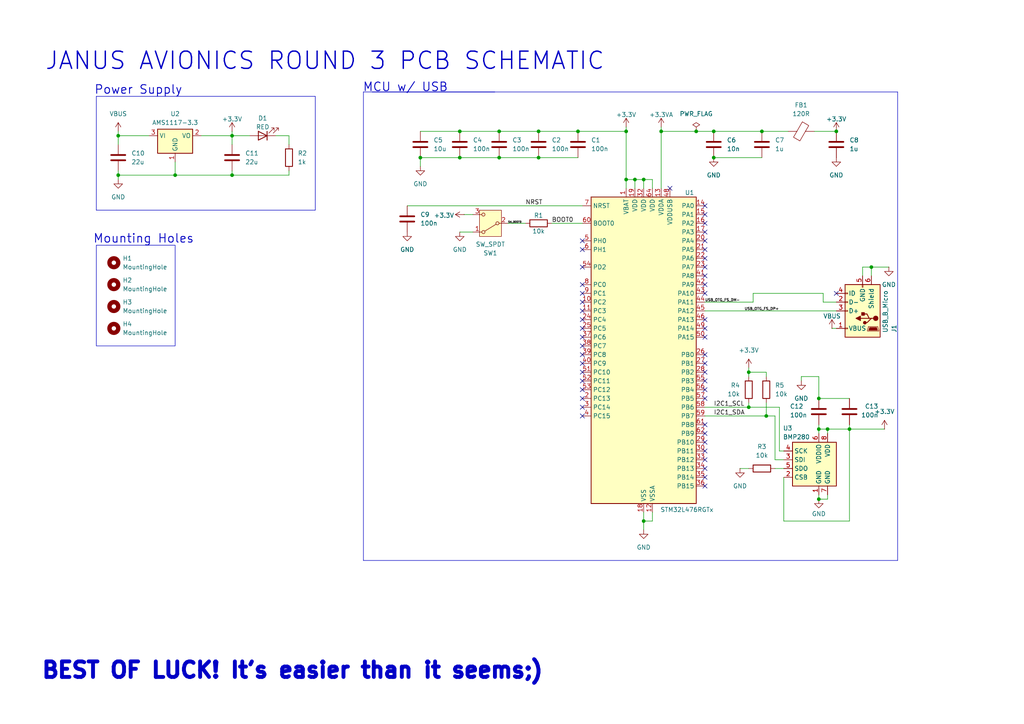
<source format=kicad_sch>
(kicad_sch (version 20250114) (generator "eeschema") (generator_version "9.0")
  (paper "A4")
  (title_block (title "JANUS AVIONICS ROUND 3 PCB SCHEMATIC") (date "2025-09-07") (rev "1.0") (company "JANUS"))
  (lib_symbols
    (symbol "Connector:USB_B_Micro" (pin_names (offset 1.016))
      (property "Reference" "J" (at -5.08 11.43 0))
      (property "Value" "USB_B_Micro" (at -5.08 8.89 0))
      (symbol "USB_B_Micro_0_1"
        (rectangle (start -5.08 -7.62) (end 5.08 7.62) (stroke (width 0.254)) (fill (type background)))
        (polyline (pts (xy -4.699 5.842) (xy -4.699 5.588) (xy -4.445 4.826) (xy -4.445 4.572) (xy -1.651 4.572) (xy -1.651 4.826) (xy -1.397 5.588) (xy -1.397 5.842) (xy -4.699 5.842)))
        (polyline (pts (xy -4.318 5.588) (xy -1.778 5.588) (xy -2.032 4.826) (xy -4.064 4.826) (xy -4.318 5.588)) (fill (type outline)))
        (circle (center -3.81 2.159) (radius 0.635) (stroke (width 0.254)) (fill (type outline)))
        (polyline (pts (xy -3.175 2.159) (xy -2.54 2.159) (xy -1.27 3.429) (xy -0.635 3.429)) (stroke (width 0.254)))
        (polyline (pts (xy -2.54 2.159) (xy -1.905 2.159) (xy -1.27 0.889) (xy 0 0.889)) (stroke (width 0.254)))
        (polyline (pts (xy -1.905 2.159) (xy 0.635 2.159)) (stroke (width 0.254)))
        (circle (center -0.635 3.429) (radius 0.381) (stroke (width 0.254)) (fill (type outline)))
        (rectangle (start -0.127 -7.62) (end 0.127 -6.858))
        (rectangle (start 0.254 1.27) (end -0.508 0.508) (stroke (width 0.254)) (fill (type outline)))
        (polyline (pts (xy 0.635 2.794) (xy 0.635 1.524) (xy 1.905 2.159) (xy 0.635 2.794)) (stroke (width 0.254)) (fill (type outline)))
        (rectangle (start 5.08 4.953) (end 4.318 5.207))
        (rectangle (start 5.08 -0.127) (end 4.318 0.127))
        (rectangle (start 5.08 -2.667) (end 4.318 -2.413))
        (rectangle (start 5.08 -5.207) (end 4.318 -4.953))
      )
      (symbol "USB_B_Micro_1_1"
        (pin passive line (at -2.54 -10.16 90) (length 2.54) (name "Shield") (number "6"))
        (pin power_out line (at 0 -10.16 90) (length 2.54) (name "GND") (number "5"))
        (pin power_out line (at 7.62 5.08 180) (length 2.54) (name "VBUS") (number "1"))
        (pin bidirectional line (at 7.62 0 180) (length 2.54) (name "D+") (number "3"))
        (pin bidirectional line (at 7.62 -2.54 180) (length 2.54) (name "D-") (number "2"))
        (pin passive line (at 7.62 -5.08 180) (length 2.54) (name "ID") (number "4"))
      )
    )
    (symbol "Device:C" (pin_numbers (hide yes)) (pin_names (offset 0.254))
      (property "Reference" "C" (at 0.635 2.54 0))
      (property "Value" "C" (at 0.635 -2.54 0))
      (symbol "C_0_1"
        (polyline (pts (xy -2.032 0.762) (xy 2.032 0.762)) (stroke (width 0.508)))
        (polyline (pts (xy -2.032 -0.762) (xy 2.032 -0.762)) (stroke (width 0.508)))
      )
      (symbol "C_1_1"
        (pin passive line (at 0 3.81 270) (length 2.794) (name "~") (number "1"))
        (pin passive line (at 0 -3.81 90) (length 2.794) (name "~") (number "2"))
      )
    )
    (symbol "Device:FerriteBead" (pin_numbers (hide yes)) (pin_names (offset 0))
      (property "Reference" "FB" (at -3.81 0.635 90))
      (property "Value" "FerriteBead" (at 3.81 0 90))
      (symbol "FerriteBead_0_1"
        (polyline (pts (xy -2.7686 0.4064) (xy -1.7018 2.2606) (xy 2.7686 -0.3048) (xy 1.6764 -2.159) (xy -2.7686 0.4064)))
        (polyline (pts (xy 0 1.27) (xy 0 1.2954)))
        (polyline (pts (xy 0 -1.27) (xy 0 -1.2192)))
      )
      (symbol "FerriteBead_1_1"
        (pin passive line (at 0 3.81 270) (length 2.54) (name "~") (number "1"))
        (pin passive line (at 0 -3.81 90) (length 2.54) (name "~") (number "2"))
      )
    )
    (symbol "Device:LED" (pin_numbers (hide yes)) (pin_names (offset 1.016) (hide yes))
      (property "Reference" "D" (at 0 2.54 0))
      (property "Value" "LED" (at 0 -2.54 0))
      (symbol "LED_0_1"
        (polyline (pts (xy -3.048 -0.762) (xy -4.572 -2.286) (xy -3.81 -2.286) (xy -4.572 -2.286) (xy -4.572 -1.524)))
        (polyline (pts (xy -1.778 -0.762) (xy -3.302 -2.286) (xy -2.54 -2.286) (xy -3.302 -2.286) (xy -3.302 -1.524)))
        (polyline (pts (xy -1.27 0) (xy 1.27 0)))
        (polyline (pts (xy -1.27 -1.27) (xy -1.27 1.27)) (stroke (width 0.254)))
        (polyline (pts (xy 1.27 -1.27) (xy 1.27 1.27) (xy -1.27 0) (xy 1.27 -1.27)) (stroke (width 0.254)))
      )
      (symbol "LED_1_1"
        (pin passive line (at -3.81 0 0) (length 2.54) (name "K") (number "1"))
        (pin passive line (at 3.81 0 180) (length 2.54) (name "A") (number "2"))
      )
    )
    (symbol "Device:R" (pin_numbers (hide yes)) (pin_names (offset 0))
      (property "Reference" "R" (at 2.032 0 90))
      (property "Value" "R" (at 0 0 90))
      (symbol "R_0_1"
        (rectangle (start -1.016 -2.54) (end 1.016 2.54) (stroke (width 0.254)))
      )
      (symbol "R_1_1"
        (pin passive line (at 0 3.81 270) (length 1.27) (name "~") (number "1"))
        (pin passive line (at 0 -3.81 90) (length 1.27) (name "~") (number "2"))
      )
    )
    (symbol "MCU_ST_STM32L4:STM32L476RGTx"
      (property "Reference" "U" (at -15.24 46.99 0))
      (property "Value" "STM32L476RGTx" (at 10.16 46.99 0))
      (symbol "STM32L476RGTx_0_1"
        (rectangle (start -15.24 -43.18) (end 15.24 45.72) (stroke (width 0.254)) (fill (type background)))
      )
      (symbol "STM32L476RGTx_1_1"
        (pin input line (at -17.78 43.18 0) (length 2.54) (name "NRST") (number "7"))
        (pin input line (at -17.78 38.1 0) (length 2.54) (name "BOOT0") (number "60"))
        (pin bidirectional line (at -17.78 33.02 0) (length 2.54) (name "PH0") (number "5"))
        (pin bidirectional line (at -17.78 30.48 0) (length 2.54) (name "PH1") (number "6"))
        (pin bidirectional line (at -17.78 25.4 0) (length 2.54) (name "PD2") (number "54"))
        (pin bidirectional line (at -17.78 20.32 0) (length 2.54) (name "PC0") (number "8"))
        (pin bidirectional line (at -17.78 17.78 0) (length 2.54) (name "PC1") (number "9"))
        (pin bidirectional line (at -17.78 15.24 0) (length 2.54) (name "PC2") (number "10"))
        (pin bidirectional line (at -17.78 12.7 0) (length 2.54) (name "PC3") (number "11"))
        (pin bidirectional line (at -17.78 10.16 0) (length 2.54) (name "PC4") (number "24"))
        (pin bidirectional line (at -17.78 7.62 0) (length 2.54) (name "PC5") (number "25"))
        (pin bidirectional line (at -17.78 5.08 0) (length 2.54) (name "PC6") (number "37"))
        (pin bidirectional line (at -17.78 2.54 0) (length 2.54) (name "PC7") (number "38"))
        (pin bidirectional line (at -17.78 0 0) (length 2.54) (name "PC8") (number "39"))
        (pin bidirectional line (at -17.78 -2.54 0) (length 2.54) (name "PC9") (number "40"))
        (pin bidirectional line (at -17.78 -5.08 0) (length 2.54) (name "PC10") (number "51"))
        (pin bidirectional line (at -17.78 -7.62 0) (length 2.54) (name "PC11") (number "52"))
        (pin bidirectional line (at -17.78 -10.16 0) (length 2.54) (name "PC12") (number "53"))
        (pin bidirectional line (at -17.78 -12.7 0) (length 2.54) (name "PC13") (number "2"))
        (pin bidirectional line (at -17.78 -15.24 0) (length 2.54) (name "PC14") (number "3"))
        (pin bidirectional line (at -17.78 -17.78 0) (length 2.54) (name "PC15") (number "4"))
        (pin power_in line (at -5.08 48.26 270) (length 2.54) (name "VBAT") (number "1"))
        (pin power_in line (at -2.54 48.26 270) (length 2.54) (name "VDD") (number "19"))
        (pin power_in line (at 0 48.26 270) (length 2.54) (name "VDD") (number "32"))
        (pin power_in line (at 0 -45.72 90) (length 2.54) (name "VSS") (number "18"))
        (pin passive line (at 0 -45.72 90) (length 2.54) (hide yes) (name "VSS") (number "31"))
        (pin passive line (at 0 -45.72 90) (length 2.54) (hide yes) (name "VSS") (number "47"))
        (pin passive line (at 0 -45.72 90) (length 2.54) (hide yes) (name "VSS") (number "63"))
        (pin power_in line (at 2.54 48.26 270) (length 2.54) (name "VDD") (number "64"))
        (pin power_in line (at 2.54 -45.72 90) (length 2.54) (name "VSSA") (number "12"))
        (pin power_in line (at 5.08 48.26 270) (length 2.54) (name "VDDA") (number "13"))
        (pin power_in line (at 7.62 48.26 270) (length 2.54) (name "VDDUSB") (number "48"))
        (pin bidirectional line (at 17.78 43.18 180) (length 2.54) (name "PA0") (number "14"))
        (pin bidirectional line (at 17.78 40.64 180) (length 2.54) (name "PA1") (number "15"))
        (pin bidirectional line (at 17.78 38.1 180) (length 2.54) (name "PA2") (number "16"))
        (pin bidirectional line (at 17.78 35.56 180) (length 2.54) (name "PA3") (number "17"))
        (pin bidirectional line (at 17.78 33.02 180) (length 2.54) (name "PA4") (number "20"))
        (pin bidirectional line (at 17.78 30.48 180) (length 2.54) (name "PA5") (number "21"))
        (pin bidirectional line (at 17.78 27.94 180) (length 2.54) (name "PA6") (number "22"))
        (pin bidirectional line (at 17.78 25.4 180) (length 2.54) (name "PA7") (number "23"))
        (pin bidirectional line (at 17.78 22.86 180) (length 2.54) (name "PA8") (number "41"))
        (pin bidirectional line (at 17.78 20.32 180) (length 2.54) (name "PA9") (number "42"))
        (pin bidirectional line (at 17.78 17.78 180) (length 2.54) (name "PA10") (number "43"))
        (pin bidirectional line (at 17.78 15.24 180) (length 2.54) (name "PA11") (number "44"))
        (pin bidirectional line (at 17.78 12.7 180) (length 2.54) (name "PA12") (number "45"))
        (pin bidirectional line (at 17.78 10.16 180) (length 2.54) (name "PA13") (number "46"))
        (pin bidirectional line (at 17.78 7.62 180) (length 2.54) (name "PA14") (number "49"))
        (pin bidirectional line (at 17.78 5.08 180) (length 2.54) (name "PA15") (number "50"))
        (pin bidirectional line (at 17.78 0 180) (length 2.54) (name "PB0") (number "26"))
        (pin bidirectional line (at 17.78 -2.54 180) (length 2.54) (name "PB1") (number "27"))
        (pin bidirectional line (at 17.78 -5.08 180) (length 2.54) (name "PB2") (number "28"))
        (pin bidirectional line (at 17.78 -7.62 180) (length 2.54) (name "PB3") (number "55"))
        (pin bidirectional line (at 17.78 -10.16 180) (length 2.54) (name "PB4") (number "56"))
        (pin bidirectional line (at 17.78 -12.7 180) (length 2.54) (name "PB5") (number "57"))
        (pin bidirectional line (at 17.78 -15.24 180) (length 2.54) (name "PB6") (number "58"))
        (pin bidirectional line (at 17.78 -17.78 180) (length 2.54) (name "PB7") (number "59"))
        (pin bidirectional line (at 17.78 -20.32 180) (length 2.54) (name "PB8") (number "61"))
        (pin bidirectional line (at 17.78 -22.86 180) (length 2.54) (name "PB9") (number "62"))
        (pin bidirectional line (at 17.78 -25.4 180) (length 2.54) (name "PB10") (number "29"))
        (pin bidirectional line (at 17.78 -27.94 180) (length 2.54) (name "PB11") (number "30"))
        (pin bidirectional line (at 17.78 -30.48 180) (length 2.54) (name "PB12") (number "33"))
        (pin bidirectional line (at 17.78 -33.02 180) (length 2.54) (name "PB13") (number "34"))
        (pin bidirectional line (at 17.78 -35.56 180) (length 2.54) (name "PB14") (number "35"))
        (pin bidirectional line (at 17.78 -38.1 180) (length 2.54) (name "PB15") (number "36"))
      )
    )
    (symbol "Mechanical:MountingHole" (pin_names (offset 1.016)) (exclude_from_sim yes) (in_bom no)
      (property "Reference" "H" (at 0 5.08 0))
      (property "Value" "MountingHole" (at 0 3.175 0))
      (symbol "MountingHole_0_1"
        (circle (center 0 0) (radius 1.27) (stroke (width 1.27)))
      )
    )
    (symbol "Regulator_Linear:AMS1117-3.3"
      (property "Reference" "U" (at -3.81 3.175 0))
      (property "Value" "AMS1117-3.3" (at 0 3.175 0))
      (symbol "AMS1117-3.3_0_1"
        (rectangle (start -5.08 -5.08) (end 5.08 1.905) (stroke (width 0.254)) (fill (type background)))
      )
      (symbol "AMS1117-3.3_1_1"
        (pin power_in line (at -7.62 0 0) (length 2.54) (name "VI") (number "3"))
        (pin power_in line (at 0 -7.62 90) (length 2.54) (name "GND") (number "1"))
        (pin power_out line (at 7.62 0 180) (length 2.54) (name "VO") (number "2"))
      )
    )
    (symbol "Sensor_Pressure:BMP280"
      (property "Reference" "U" (at -7.62 10.16 0))
      (property "Value" "BMP280" (at 5.08 10.16 0))
      (symbol "BMP280_0_1"
        (rectangle (start -7.62 -5.08) (end 5.08 7.62) (stroke (width 0.254)) (fill (type background)))
      )
      (symbol "BMP280_1_1"
        (pin input line (at -10.16 5.08 0) (length 2.54) (name "SCK") (number "4"))
        (pin bidirectional line (at -10.16 2.54 0) (length 2.54) (name "SDI") (number "3"))
        (pin bidirectional line (at -10.16 0 0) (length 2.54) (name "SDO") (number "5"))
        (pin input line (at -10.16 -2.54 0) (length 2.54) (name "CSB") (number "2"))
        (pin power_in line (at 0 10.16 270) (length 2.54) (name "VDDIO") (number "6"))
        (pin power_in line (at 0 -7.62 90) (length 2.54) (name "GND") (number "1"))
        (pin power_in line (at 2.54 10.16 270) (length 2.54) (name "VDD") (number "8"))
        (pin power_in line (at 2.54 -7.62 90) (length 2.54) (name "GND") (number "7"))
      )
    )
    (symbol "Switch:SW_SPDT" (pin_names (offset 0) (hide yes))
      (property "Reference" "SW" (at 0 5.08 0))
      (property "Value" "SW_SPDT" (at 0 -5.08 0))
      (symbol "SW_SPDT_0_1"
        (circle (center -2.032 0) (radius 0.4572))
        (polyline (pts (xy -1.651 0.254) (xy 1.651 2.286)))
        (circle (center 2.032 2.54) (radius 0.4572))
        (circle (center 2.032 -2.54) (radius 0.4572))
      )
      (symbol "SW_SPDT_1_1"
        (rectangle (start -3.175 3.81) (end 3.175 -3.81) (fill (type background)))
        (pin passive line (at -5.08 0 0) (length 2.54) (name "B") (number "2"))
        (pin passive line (at 5.08 2.54 180) (length 2.54) (name "A") (number "1"))
        (pin passive line (at 5.08 -2.54 180) (length 2.54) (name "C") (number "3"))
      )
    )
    (symbol "power:+3.3V" (power) (pin_numbers (hide yes)) (pin_names (offset 0) (hide yes))
      (property "Value" "+3.3V" (at 0 3.556 0))
      (symbol "+3.3V_0_1"
        (polyline (pts (xy -0.762 1.27) (xy 0 2.54)))
        (polyline (pts (xy 0 2.54) (xy 0.762 1.27)))
        (polyline (pts (xy 0 0) (xy 0 2.54)))
      )
      (symbol "+3.3V_1_1"
        (pin power_in line (at 0 0 90) (length 0) (name "~") (number "1"))
      )
    )
    (symbol "power:+3.3VA" (power) (pin_numbers (hide yes)) (pin_names (offset 0) (hide yes))
      (property "Value" "+3.3VA" (at 0 3.556 0))
      (symbol "+3.3VA_0_1"
        (polyline (pts (xy -0.762 1.27) (xy 0 2.54)))
        (polyline (pts (xy 0 2.54) (xy 0.762 1.27)))
        (polyline (pts (xy 0 0) (xy 0 2.54)))
      )
      (symbol "+3.3VA_1_1"
        (pin power_in line (at 0 0 90) (length 0) (name "~") (number "1"))
      )
    )
    (symbol "power:GND" (power) (pin_numbers (hide yes)) (pin_names (offset 0) (hide yes))
      (property "Value" "GND" (at 0 -3.81 0))
      (symbol "GND_0_1"
        (polyline (pts (xy 0 0) (xy 0 -1.27) (xy 1.27 -1.27) (xy 0 -2.54) (xy -1.27 -1.27) (xy 0 -1.27)))
      )
      (symbol "GND_1_1"
        (pin power_in line (at 0 0 270) (length 0) (name "~") (number "1"))
      )
    )
    (symbol "power:PWR_FLAG" (power) (pin_numbers (hide yes)) (pin_names (offset 0) (hide yes))
      (property "Value" "PWR_FLAG" (at 0 3.81 0))
      (symbol "PWR_FLAG_0_0"
        (pin power_out line (at 0 0 90) (length 0) (name "~") (number "1"))
      )
      (symbol "PWR_FLAG_0_1"
        (polyline (pts (xy 0 0) (xy 0 1.27) (xy -1.016 1.905) (xy 0 2.54) (xy 1.016 1.905) (xy 0 1.27)))
      )
    )
    (symbol "power:VBUS" (power) (pin_numbers (hide yes)) (pin_names (offset 0) (hide yes))
      (property "Value" "VBUS" (at 0 3.556 0))
      (symbol "VBUS_0_1"
        (polyline (pts (xy -0.762 1.27) (xy 0 2.54)))
        (polyline (pts (xy 0 2.54) (xy 0.762 1.27)))
        (polyline (pts (xy 0 0) (xy 0 2.54)))
      )
      (symbol "VBUS_1_1"
        (pin power_in line (at 0 0 90) (length 0) (name "~") (number "1"))
      )
    )
  )
  (rectangle (start 27.94 71.12) (end 50.8 100.33))
  (text "MCU w/ USB" (at 117.602 25.4 0) (effects (font (size 2.5 2.5) (thickness 0.254) (bold yes))))
  (text "Mounting Holes\n" (at 41.656 69.342 0) (effects (font (size 2.5 2.5) (thickness 0.254) (bold yes))))
  (text "JANUS AVIONICS ROUND 3 PCB SCHEMATIC" (at 94.234 17.78 0) (effects (font (size 5 5) (thickness 0.4) (bold yes))))
  (text "Power Supply\n" (at 40.132 26.162 0) (effects (font (size 2.5 2.5) (thickness 0.254) (bold yes))))
  (text "BEST OF LUCK! It's easier than it seems;)\n" (at 84.836 194.564 0) (effects (font (size 4.5 4.5) (thickness 1.2) (bold yes))))
  (junction (at 50.8 50.8))
  (junction (at 220.98 38.1))
  (junction (at 186.69 52.07))
  (junction (at 121.92 45.72))
  (junction (at 252.73 77.47))
  (junction (at 222.25 120.65))
  (junction (at 217.17 107.95))
  (junction (at 237.49 124.46))
  (junction (at 184.15 52.07))
  (junction (at 133.35 45.72))
  (junction (at 34.29 50.8))
  (junction (at 237.49 144.78))
  (junction (at 240.03 124.46))
  (junction (at 242.57 38.1))
  (junction (at 67.31 50.8))
  (junction (at 246.38 124.46))
  (junction (at 167.64 38.1))
  (junction (at 201.93 38.1))
  (junction (at 237.49 115.57))
  (junction (at 67.31 39.37))
  (junction (at 144.78 38.1))
  (junction (at 156.21 45.72))
  (junction (at 144.78 45.72))
  (junction (at 181.61 38.1))
  (junction (at 133.35 38.1))
  (junction (at 207.01 45.72))
  (junction (at 191.77 38.1))
  (junction (at 186.69 151.13))
  (junction (at 34.29 39.37))
  (junction (at 217.17 118.11))
  (junction (at 207.01 38.1))
  (junction (at 156.21 38.1))
  (junction (at 181.61 52.07))
  (no_connect (at 204.47 59.69))
  (no_connect (at 204.47 110.49))
  (no_connect (at 168.91 82.55))
  (no_connect (at 204.47 125.73))
  (no_connect (at 168.91 113.03))
  (no_connect (at 168.91 92.71))
  (no_connect (at 204.47 115.57))
  (no_connect (at 168.91 97.79))
  (no_connect (at 204.47 102.87))
  (no_connect (at 204.47 128.27))
  (no_connect (at 242.57 85.09))
  (no_connect (at 204.47 82.55))
  (no_connect (at 168.91 77.47))
  (no_connect (at 168.91 69.85))
  (no_connect (at 168.91 110.49))
  (no_connect (at 204.47 140.97))
  (no_connect (at 168.91 100.33))
  (no_connect (at 168.91 120.65))
  (no_connect (at 204.47 85.09))
  (no_connect (at 168.91 105.41))
  (no_connect (at 168.91 115.57))
  (no_connect (at 204.47 105.41))
  (no_connect (at 204.47 64.77))
  (no_connect (at 168.91 107.95))
  (no_connect (at 168.91 102.87))
  (no_connect (at 168.91 87.63))
  (no_connect (at 204.47 77.47))
  (no_connect (at 204.47 135.89))
  (no_connect (at 204.47 80.01))
  (no_connect (at 168.91 85.09))
  (no_connect (at 204.47 97.79))
  (no_connect (at 204.47 133.35))
  (no_connect (at 204.47 113.03))
  (no_connect (at 168.91 72.39))
  (no_connect (at 204.47 95.25))
  (no_connect (at 168.91 95.25))
  (no_connect (at 204.47 62.23))
  (no_connect (at 194.31 54.61))
  (no_connect (at 204.47 72.39))
  (no_connect (at 204.47 69.85))
  (no_connect (at 168.91 90.17))
  (no_connect (at 204.47 107.95))
  (no_connect (at 204.47 74.93))
  (no_connect (at 204.47 130.81))
  (no_connect (at 204.47 67.31))
  (no_connect (at 168.91 118.11))
  (no_connect (at 204.47 138.43))
  (no_connect (at 204.47 92.71))
  (no_connect (at 204.47 123.19))
  (wire (pts (xy 133.35 38.1) (xy 144.78 38.1)))
  (polyline (pts (xy 260.35 162.56) (xy 105.41 162.56)))
  (wire (pts (xy 226.06 130.81) (xy 227.33 130.81)))
  (wire (pts (xy 217.17 116.84) (xy 217.17 118.11)))
  (wire (pts (xy 121.92 38.1) (xy 133.35 38.1)))
  (wire (pts (xy 217.17 107.95) (xy 217.17 109.22)))
  (wire (pts (xy 204.47 87.63) (xy 218.44 87.63)))
  (polyline (pts (xy 27.94 27.94) (xy 27.94 60.96)))
  (wire (pts (xy 240.03 124.46) (xy 240.03 125.73)))
  (wire (pts (xy 134.62 62.23) (xy 137.16 62.23)))
  (wire (pts (xy 207.01 38.1) (xy 220.98 38.1)))
  (wire (pts (xy 156.21 45.72) (xy 167.64 45.72)))
  (wire (pts (xy 34.29 39.37) (xy 43.18 39.37)))
  (wire (pts (xy 181.61 52.07) (xy 181.61 54.61)))
  (wire (pts (xy 224.79 135.89) (xy 227.33 135.89)))
  (wire (pts (xy 256.54 124.46) (xy 246.38 124.46)))
  (wire (pts (xy 201.93 38.1) (xy 207.01 38.1)))
  (wire (pts (xy 167.64 38.1) (xy 181.61 38.1)))
  (wire (pts (xy 186.69 151.13) (xy 186.69 153.67)))
  (wire (pts (xy 118.11 59.69) (xy 168.91 59.69)))
  (wire (pts (xy 184.15 52.07) (xy 186.69 52.07)))
  (polyline (pts (xy 260.35 26.67) (xy 260.35 162.56)))
  (wire (pts (xy 67.31 39.37) (xy 67.31 41.91)))
  (wire (pts (xy 250.19 80.01) (xy 250.19 77.47)))
  (wire (pts (xy 227.33 151.13) (xy 246.38 151.13)))
  (wire (pts (xy 133.35 67.31) (xy 137.16 67.31)))
  (wire (pts (xy 80.01 39.37) (xy 83.82 39.37)))
  (wire (pts (xy 50.8 50.8) (xy 67.31 50.8)))
  (wire (pts (xy 189.23 148.59) (xy 189.23 151.13)))
  (wire (pts (xy 218.44 85.09) (xy 238.76 85.09)))
  (wire (pts (xy 186.69 52.07) (xy 189.23 52.07)))
  (polyline (pts (xy 27.94 27.94) (xy 91.44 27.94)))
  (wire (pts (xy 204.47 90.17) (xy 242.57 90.17)))
  (wire (pts (xy 67.31 39.37) (xy 72.39 39.37)))
  (wire (pts (xy 133.35 45.72) (xy 144.78 45.72)))
  (wire (pts (xy 237.49 109.22) (xy 237.49 115.57)))
  (wire (pts (xy 144.78 38.1) (xy 156.21 38.1)))
  (wire (pts (xy 226.06 118.11) (xy 217.17 118.11)))
  (wire (pts (xy 156.21 38.1) (xy 167.64 38.1)))
  (wire (pts (xy 181.61 38.1) (xy 181.61 52.07)))
  (wire (pts (xy 58.42 39.37) (xy 67.31 39.37)))
  (wire (pts (xy 67.31 49.53) (xy 67.31 50.8)))
  (wire (pts (xy 224.79 120.65) (xy 222.25 120.65)))
  (wire (pts (xy 217.17 118.11) (xy 204.47 118.11)))
  (wire (pts (xy 237.49 144.78) (xy 240.03 144.78)))
  (wire (pts (xy 121.92 45.72) (xy 133.35 45.72)))
  (wire (pts (xy 224.79 133.35) (xy 227.33 133.35)))
  (wire (pts (xy 147.32 64.77) (xy 152.4 64.77)))
  (wire (pts (xy 121.92 45.72) (xy 121.92 48.26)))
  (wire (pts (xy 250.19 77.47) (xy 252.73 77.47)))
  (wire (pts (xy 220.98 38.1) (xy 228.6 38.1)))
  (wire (pts (xy 252.73 77.47) (xy 252.73 80.01)))
  (wire (pts (xy 237.49 124.46) (xy 240.03 124.46)))
  (wire (pts (xy 246.38 151.13) (xy 246.38 124.46)))
  (wire (pts (xy 222.25 120.65) (xy 204.47 120.65)))
  (wire (pts (xy 238.76 87.63) (xy 242.57 87.63)))
  (wire (pts (xy 240.03 124.46) (xy 246.38 124.46)))
  (wire (pts (xy 34.29 50.8) (xy 50.8 50.8)))
  (wire (pts (xy 181.61 52.07) (xy 184.15 52.07)))
  (wire (pts (xy 237.49 115.57) (xy 246.38 115.57)))
  (wire (pts (xy 83.82 50.8) (xy 67.31 50.8)))
  (polyline (pts (xy 105.41 162.56) (xy 105.41 26.67)))
  (wire (pts (xy 34.29 38.1) (xy 34.29 39.37)))
  (wire (pts (xy 34.29 41.91) (xy 34.29 39.37)))
  (wire (pts (xy 222.25 107.95) (xy 222.25 109.22)))
  (wire (pts (xy 238.76 85.09) (xy 238.76 87.63)))
  (wire (pts (xy 34.29 49.53) (xy 34.29 50.8)))
  (wire (pts (xy 241.3 95.25) (xy 242.57 95.25)))
  (wire (pts (xy 83.82 49.53) (xy 83.82 50.8)))
  (wire (pts (xy 50.8 46.99) (xy 50.8 50.8)))
  (wire (pts (xy 240.03 143.51) (xy 240.03 144.78)))
  (wire (pts (xy 207.01 45.72) (xy 220.98 45.72)))
  (wire (pts (xy 34.29 52.07) (xy 34.29 50.8)))
  (polyline (pts (xy 107.95 26.67) (xy 260.35 26.67)))
  (wire (pts (xy 184.15 54.61) (xy 184.15 52.07)))
  (wire (pts (xy 160.02 64.77) (xy 168.91 64.77)))
  (wire (pts (xy 222.25 116.84) (xy 222.25 120.65)))
  (wire (pts (xy 252.73 77.47) (xy 257.81 77.47)))
  (wire (pts (xy 218.44 85.09) (xy 218.44 87.63)))
  (wire (pts (xy 83.82 39.37) (xy 83.82 41.91)))
  (polyline (pts (xy 27.94 60.96) (xy 91.44 60.96)))
  (wire (pts (xy 67.31 38.1) (xy 67.31 39.37)))
  (wire (pts (xy 189.23 151.13) (xy 186.69 151.13)))
  (wire (pts (xy 236.22 38.1) (xy 242.57 38.1)))
  (wire (pts (xy 191.77 38.1) (xy 191.77 54.61)))
  (wire (pts (xy 237.49 123.19) (xy 237.49 124.46)))
  (wire (pts (xy 189.23 54.61) (xy 189.23 52.07)))
  (wire (pts (xy 226.06 130.81) (xy 226.06 118.11)))
  (wire (pts (xy 232.41 110.49) (xy 232.41 109.22)))
  (wire (pts (xy 237.49 124.46) (xy 237.49 125.73)))
  (wire (pts (xy 181.61 36.83) (xy 181.61 38.1)))
  (wire (pts (xy 144.78 45.72) (xy 156.21 45.72)))
  (wire (pts (xy 191.77 36.83) (xy 191.77 38.1)))
  (wire (pts (xy 191.77 38.1) (xy 201.93 38.1)))
  (wire (pts (xy 224.79 133.35) (xy 224.79 120.65)))
  (wire (pts (xy 237.49 143.51) (xy 237.49 144.78)))
  (polyline (pts (xy 105.41 26.67) (xy 143.51 26.67)))
  (wire (pts (xy 217.17 106.68) (xy 217.17 107.95)))
  (wire (pts (xy 186.69 148.59) (xy 186.69 151.13)))
  (wire (pts (xy 232.41 109.22) (xy 237.49 109.22)))
  (wire (pts (xy 217.17 107.95) (xy 222.25 107.95)))
  (wire (pts (xy 214.63 135.89) (xy 217.17 135.89)))
  (wire (pts (xy 186.69 54.61) (xy 186.69 52.07)))
  (wire (pts (xy 227.33 138.43) (xy 227.33 151.13)))
  (polyline (pts (xy 91.44 27.94) (xy 91.44 60.96)))
  (wire (pts (xy 246.38 123.19) (xy 246.38 124.46)))
  (label "SW_BOOT0" (at 147.32 64.77 0) (effects (font (size 0.5 0.5))))
  (label "BOOT0" (at 160.02 64.77 0))
  (label "I2C1_SCL" (at 207.01 118.11 0))
  (label "NRST" (at 152.4 59.69 0))
  (label "I2C1_SDA" (at 207.01 120.65 0))
  (label "USB_OTG_FS_DM-" (at 204.47 87.63 0) (effects (font (size 0.75 0.75))))
  (label "USB_OTG_FS_DP+" (at 215.9 90.17 0) (effects (font (size 0.75 0.75))))
  (symbol (lib_id "Device:R") (at 156.21 64.77 90) (unit 1)
    (property "Reference" "R1" (at 156.21 62.484 90))
    (property "Value" "10k" (at 156.21 67.056 90))
    (property "Footprint" "Resistor_SMD:R_0402_1005Metric" (effects (hide yes)))
    (property "Description" "Resistor" (effects (hide yes)))
  )
  (symbol (lib_id "power:GND") (at 214.63 135.89 0) (unit 1)
    (property "Reference" "#PWR013" (effects (hide yes)))
    (property "Value" "GND" (at 214.63 140.97 0))
    (property "Description" "Power symbol creates a global label with name \"GND\" , ground" (effects (hide yes)))
  )
  (symbol (lib_id "Regulator_Linear:AMS1117-3.3") (at 50.8 39.37 0) (unit 1)
    (property "Reference" "U2" (at 50.8 33.02 0))
    (property "Value" "AMS1117-3.3" (at 50.8 35.56 0))
    (property "Footprint" "Package_TO_SOT_SMD:SOT-223-3_TabPin2" (effects (hide yes)))
    (property "Datasheet" "http://www.advanced-monolithic.com/pdf/ds1117.pdf" (effects (hide yes)))
    (property "Description" "1A Low Dropout regulator, positive, 3.3V fixed output, SOT-223" (effects (hide yes)))
  )
  (symbol (lib_id "Device:C") (at 207.01 41.91 0) (unit 1)
    (property "Reference" "C6" (at 210.82 40.6399 0) (effects (justify left)))
    (property "Value" "10n" (at 210.82 43.1799 0) (effects (justify left)))
    (property "Footprint" "Capacitor_SMD:C_0402_1005Metric" (effects (hide yes)))
    (property "Description" "Unpolarized capacitor" (effects (hide yes)))
  )
  (symbol (lib_id "Device:C") (at 144.78 41.91 0) (unit 1)
    (property "Reference" "C3" (at 148.59 40.6399 0) (effects (justify left)))
    (property "Value" "100n" (at 148.59 43.1799 0) (effects (justify left)))
    (property "Footprint" "Capacitor_SMD:C_0402_1005Metric" (effects (hide yes)))
    (property "Description" "Unpolarized capacitor" (effects (hide yes)))
  )
  (symbol (lib_id "Device:C") (at 167.64 41.91 0) (unit 1)
    (property "Reference" "C1" (at 171.45 40.6399 0) (effects (justify left)))
    (property "Value" "100n" (at 171.45 43.1799 0) (effects (justify left)))
    (property "Footprint" "Capacitor_SMD:C_0402_1005Metric" (effects (hide yes)))
    (property "Description" "Unpolarized capacitor" (effects (hide yes)))
  )
  (symbol (lib_id "Device:R") (at 222.25 113.03 180) (unit 1)
    (property "Reference" "R5" (at 224.79 111.7599 0) (effects (justify right)))
    (property "Value" "10k" (at 224.79 114.2999 0) (effects (justify right)))
    (property "Footprint" "Resistor_SMD:R_0402_1005Metric" (effects (hide yes)))
    (property "Description" "Resistor" (effects (hide yes)))
  )
  (symbol (lib_id "power:GND") (at 242.57 45.72 0) (unit 1)
    (property "Reference" "#PWR07" (effects (hide yes)))
    (property "Value" "GND" (at 242.57 50.8 0))
    (property "Description" "Power symbol creates a global label with name \"GND\" , ground" (effects (hide yes)))
  )
  (symbol (lib_id "power:VBUS") (at 34.29 38.1 0) (unit 1)
    (property "Reference" "#PWR016" (effects (hide yes)))
    (property "Value" "VBUS" (at 34.29 33.02 0))
    (property "Description" "Power symbol creates a global label with name \"VBUS\"" (effects (hide yes)))
  )
  (symbol (lib_id "Sensor_Pressure:BMP280") (at 237.49 135.89 0) (unit 1)
    (property "Reference" "U3" (at 227.076 124.206 0) (effects (justify left)))
    (property "Value" "BMP280" (at 227.076 126.746 0) (effects (justify left)))
    (property "Footprint" "Package_LGA:Bosch_LGA-8_2x2.5mm_P0.65mm_ClockwisePinNumbering" (effects (hide yes)))
    (property "Datasheet" "https://ae-bst.resource.bosch.com/media/_tech/media/datasheets/BST-BMP280-DS001.pdf" (effects (hide yes)))
    (property "Description" "Absolute Barometric Pressure Sensor, LGA-8" (effects (hide yes)))
  )
  (symbol (lib_id "power:GND") (at 207.01 45.72 0) (unit 1)
    (property "Reference" "#PWR06" (effects (hide yes)))
    (property "Value" "GND" (at 207.01 50.8 0))
    (property "Description" "Power symbol creates a global label with name \"GND\" , ground" (effects (hide yes)))
  )
  (symbol (lib_id "power:+3.3V") (at 134.62 62.23 90) (unit 1)
    (property "Reference" "#PWR010" (effects (hide yes)))
    (property "Value" "+3.3V" (at 128.778 62.484 90))
    (property "Description" "Power symbol creates a global label with name \"+3.3V\"" (effects (hide yes)))
  )
  (symbol (lib_id "power:+3.3V") (at 67.31 38.1 0) (unit 1)
    (property "Reference" "#PWR017" (effects (hide yes)))
    (property "Value" "+3.3V" (at 67.31 34.544 0))
    (property "Description" "Power symbol creates a global label with name \"+3.3V\"" (effects (hide yes)))
  )
  (symbol (lib_id "power:GND") (at 186.69 153.67 0) (unit 1)
    (property "Reference" "#PWR01" (effects (hide yes)))
    (property "Value" "GND" (at 186.69 158.75 0))
    (property "Description" "Power symbol creates a global label with name \"GND\" , ground" (effects (hide yes)))
  )
  (symbol (lib_id "Mechanical:MountingHole") (at 33.02 95.25 0) (unit 1) (exclude_from_sim yes) (in_bom no)
    (property "Reference" "H4" (at 35.56 93.9799 0) (effects (justify left)))
    (property "Value" "MountingHole" (at 35.56 96.5199 0) (effects (justify left)))
    (property "Footprint" "MountingHole:MountingHole_2.2mm_M2" (effects (hide yes)))
    (property "Description" "Mounting Hole without connection" (effects (hide yes)))
  )
  (symbol (lib_id "Switch:SW_SPDT") (at 142.24 64.77 180) (unit 1)
    (property "Reference" "SW1" (at 142.24 73.406 0))
    (property "Value" "SW_SPDT" (at 142.24 70.866 0))
    (property "Footprint" "Button_Switch_SMD:SW_SPDT_PCM12" (effects (hide yes)))
    (property "Description" "Switch, single pole double throw" (effects (hide yes)))
  )
  (symbol (lib_id "power:GND") (at 34.29 52.07 0) (unit 1)
    (property "Reference" "#PWR015" (effects (hide yes)))
    (property "Value" "GND" (at 34.29 57.15 0))
    (property "Description" "Power symbol creates a global label with name \"GND\" , ground" (effects (hide yes)))
  )
  (symbol (lib_id "power:+3.3V") (at 256.54 124.46 0) (unit 1)
    (property "Reference" "#PWR014" (effects (hide yes)))
    (property "Value" "+3.3V" (at 256.54 119.38 0))
    (property "Description" "Power symbol creates a global label with name \"+3.3V\"" (effects (hide yes)))
  )
  (symbol (lib_id "Device:C") (at 133.35 41.91 0) (unit 1)
    (property "Reference" "C4" (at 137.16 40.6399 0) (effects (justify left)))
    (property "Value" "100n" (at 137.16 43.1799 0) (effects (justify left)))
    (property "Footprint" "Capacitor_SMD:C_0402_1005Metric" (effects (hide yes)))
    (property "Description" "Unpolarized capacitor" (effects (hide yes)))
  )
  (symbol (lib_id "Connector:USB_B_Micro") (at 250.19 90.17 180) (unit 1)
    (property "Reference" "J1" (at 259.334 96.52 90) (effects (justify right)))
    (property "Value" "USB_B_Micro" (at 256.794 96.52 90) (effects (justify right)))
    (property "Footprint" "Connector_USB:USB_Micro-B_Wuerth_629105150521" (effects (hide yes)))
    (property "Description" "USB Micro Type B connector" (effects (hide yes)))
  )
  (symbol (lib_id "Device:C") (at 121.92 41.91 0) (unit 1)
    (property "Reference" "C5" (at 125.73 40.6399 0) (effects (justify left)))
    (property "Value" "10u" (at 125.73 43.1799 0) (effects (justify left)))
    (property "Footprint" "Capacitor_SMD:C_0603_1608Metric" (effects (hide yes)))
    (property "Description" "Unpolarized capacitor" (effects (hide yes)))
  )
  (symbol (lib_id "power:GND") (at 232.41 110.49 0) (unit 1)
    (property "Reference" "#PWR019" (effects (hide yes)))
    (property "Value" "GND" (at 232.41 115.57 0))
    (property "Description" "Power symbol creates a global label with name \"GND\" , ground" (effects (hide yes)))
  )
  (symbol (lib_id "power:GND") (at 257.81 77.47 0) (unit 1)
    (property "Reference" "#PWR022" (effects (hide yes)))
    (property "Value" "GND" (at 257.81 82.55 0))
    (property "Description" "Power symbol creates a global label with name \"GND\" , ground" (effects (hide yes)))
  )
  (symbol (lib_id "power:GND") (at 118.11 67.31 0) (unit 1)
    (property "Reference" "#PWR08" (effects (hide yes)))
    (property "Value" "GND" (at 118.11 72.39 0))
    (property "Description" "Power symbol creates a global label with name \"GND\" , ground" (effects (hide yes)))
  )
  (symbol (lib_id "Device:C") (at 237.49 119.38 0) (unit 1)
    (property "Reference" "C12" (at 229.108 117.856 0) (effects (justify left)))
    (property "Value" "100n" (at 229.108 120.396 0) (effects (justify left)))
    (property "Footprint" "Capacitor_SMD:C_0402_1005Metric" (effects (hide yes)))
    (property "Description" "Unpolarized capacitor" (effects (hide yes)))
  )
  (symbol (lib_id "MCU_ST_STM32L4:STM32L476RGTx") (at 186.69 102.87 0) (unit 1)
    (property "Reference" "U1" (at 198.628 55.88 0) (effects (justify left)))
    (property "Value" "STM32L476RGTx" (at 191.516 147.828 0) (effects (justify left)))
    (property "Footprint" "Package_QFP:LQFP-64_10x10mm_P0.5mm" (effects (hide yes)))
    (property "Datasheet" "https://www.st.com/resource/en/datasheet/stm32l476rg.pdf" (effects (hide yes)))
    (property "Description" "STMicroelectronics Arm Cortex-M4 MCU, 1024KB flash, 128KB RAM, 80 MHz, 1.71-3.6V, 51 GPIO, LQFP64" (effects (hide yes)))
  )
  (symbol (lib_id "Device:R") (at 217.17 113.03 0) (mirror x) (unit 1)
    (property "Reference" "R4" (at 214.63 111.7599 0) (effects (justify right)))
    (property "Value" "10k" (at 214.63 114.2999 0) (effects (justify right)))
    (property "Footprint" "Resistor_SMD:R_0402_1005Metric" (effects (hide yes)))
    (property "Description" "Resistor" (effects (hide yes)))
  )
  (symbol (lib_id "power:GND") (at 121.92 48.26 0) (unit 1)
    (property "Reference" "#PWR03" (effects (hide yes)))
    (property "Value" "GND" (at 121.92 53.34 0))
    (property "Description" "Power symbol creates a global label with name \"GND\" , ground" (effects (hide yes)))
  )
  (symbol (lib_id "power:GND") (at 237.49 144.78 0) (unit 1)
    (property "Reference" "#PWR018" (effects (hide yes)))
    (property "Value" "GND" (at 237.49 149.0356 0))
    (property "Description" "Power symbol creates a global label with name \"GND\" , ground" (effects (hide yes)))
  )
  (symbol (lib_id "power:+3.3VA") (at 191.77 36.83 0) (unit 1)
    (property "Reference" "#PWR04" (effects (hide yes)))
    (property "Value" "+3.3VA" (at 191.77 33.274 0))
    (property "Description" "Power symbol creates a global label with name \"+3.3VA\"" (effects (hide yes)))
  )
  (symbol (lib_id "Device:LED") (at 76.2 39.37 180) (unit 1)
    (property "Reference" "D1" (at 76.2 34.29 0))
    (property "Value" "RED" (at 76.2 36.83 0))
    (property "Footprint" "LED_SMD:LED_0603_1608Metric" (effects (hide yes)))
    (property "Description" "Light emitting diode" (effects (hide yes)))
  )
  (symbol (lib_id "Device:R") (at 220.98 135.89 90) (unit 1)
    (property "Reference" "R3" (at 220.98 129.54 90))
    (property "Value" "10k" (at 220.98 132.08 90))
    (property "Footprint" "Resistor_SMD:R_0402_1005Metric" (effects (hide yes)))
    (property "Description" "Resistor" (effects (hide yes)))
  )
  (symbol (lib_id "Device:C") (at 242.57 41.91 0) (unit 1)
    (property "Reference" "C8" (at 246.38 40.6399 0) (effects (justify left)))
    (property "Value" "1u" (at 246.38 43.1799 0) (effects (justify left)))
    (property "Footprint" "Capacitor_SMD:C_0402_1005Metric" (effects (hide yes)))
    (property "Description" "Unpolarized capacitor" (effects (hide yes)))
  )
  (symbol (lib_id "Device:R") (at 83.82 45.72 0) (unit 1)
    (property "Reference" "R2" (at 86.36 44.4499 0) (effects (justify left)))
    (property "Value" "1k" (at 86.36 46.9899 0) (effects (justify left)))
    (property "Footprint" "Resistor_SMD:R_0402_1005Metric" (effects (hide yes)))
    (property "Description" "Resistor" (effects (hide yes)))
  )
  (symbol (lib_id "Device:C") (at 220.98 41.91 0) (unit 1)
    (property "Reference" "C7" (at 224.79 40.6399 0) (effects (justify left)))
    (property "Value" "1u" (at 224.79 43.1799 0) (effects (justify left)))
    (property "Footprint" "Capacitor_SMD:C_0402_1005Metric" (effects (hide yes)))
    (property "Description" "Unpolarized capacitor" (effects (hide yes)))
  )
  (symbol (lib_id "Device:C") (at 246.38 119.38 0) (mirror y) (unit 1)
    (property "Reference" "C13" (at 254.762 117.856 0) (effects (justify left)))
    (property "Value" "100n" (at 254.762 120.396 0) (effects (justify left)))
    (property "Footprint" "Capacitor_SMD:C_0402_1005Metric" (effects (hide yes)))
    (property "Description" "Unpolarized capacitor" (effects (hide yes)))
  )
  (symbol (lib_id "Device:C") (at 67.31 45.72 0) (unit 1)
    (property "Reference" "C11" (at 71.12 44.4499 0) (effects (justify left)))
    (property "Value" "22u" (at 71.12 46.9899 0) (effects (justify left)))
    (property "Footprint" "Capacitor_SMD:C_0805_2012Metric" (effects (hide yes)))
    (property "Description" "Unpolarized capacitor" (effects (hide yes)))
  )
  (symbol (lib_id "Device:C") (at 156.21 41.91 0) (unit 1)
    (property "Reference" "C2" (at 160.02 40.6399 0) (effects (justify left)))
    (property "Value" "100n" (at 160.02 43.1799 0) (effects (justify left)))
    (property "Footprint" "Capacitor_SMD:C_0402_1005Metric" (effects (hide yes)))
    (property "Description" "Unpolarized capacitor" (effects (hide yes)))
  )
  (symbol (lib_id "power:+3.3V") (at 181.61 36.83 0) (unit 1)
    (property "Reference" "#PWR02" (effects (hide yes)))
    (property "Value" "+3.3V" (at 181.61 33.274 0))
    (property "Description" "Power symbol creates a global label with name \"+3.3V\"" (effects (hide yes)))
  )
  (symbol (lib_id "power:VBUS") (at 241.3 95.25 0) (unit 1)
    (property "Reference" "#PWR012" (effects (hide yes)))
    (property "Value" "VBUS" (at 238.76 91.694 0) (effects (justify left)))
    (property "Description" "Power symbol creates a global label with name \"VBUS\"" (effects (hide yes)))
  )
  (symbol (lib_id "Device:FerriteBead") (at 232.41 38.1 90) (unit 1)
    (property "Reference" "FB1" (at 232.3592 30.48 90))
    (property "Value" "120R" (at 232.3592 33.02 90))
    (property "Footprint" "Inductor_SMD:L_0603_1608Metric" (effects (hide yes)))
    (property "Description" "Ferrite bead" (effects (hide yes)))
  )
  (symbol (lib_id "Mechanical:MountingHole") (at 33.02 76.2 0) (unit 1) (exclude_from_sim yes) (in_bom no)
    (property "Reference" "H1" (at 35.56 74.9299 0) (effects (justify left)))
    (property "Value" "MountingHole" (at 35.56 77.4699 0) (effects (justify left)))
    (property "Footprint" "MountingHole:MountingHole_2.2mm_M2" (effects (hide yes)))
    (property "Description" "Mounting Hole without connection" (effects (hide yes)))
  )
  (symbol (lib_id "Device:C") (at 118.11 63.5 0) (unit 1)
    (property "Reference" "C9" (at 121.92 62.2299 0) (effects (justify left)))
    (property "Value" "100n" (at 121.92 64.7699 0) (effects (justify left)))
    (property "Footprint" "Capacitor_SMD:C_0402_1005Metric" (effects (hide yes)))
    (property "Description" "Unpolarized capacitor" (effects (hide yes)))
  )
  (symbol (lib_id "power:GND") (at 133.35 67.31 0) (unit 1)
    (property "Reference" "#PWR09" (effects (hide yes)))
    (property "Value" "GND" (at 133.35 72.39 0))
    (property "Description" "Power symbol creates a global label with name \"GND\" , ground" (effects (hide yes)))
  )
  (symbol (lib_id "power:PWR_FLAG") (at 201.93 38.1 0) (unit 1)
    (property "Reference" "#FLG01" (effects (hide yes)))
    (property "Value" "PWR_FLAG" (at 201.93 33.02 0))
    (property "Description" "Special symbol for telling ERC where power comes from" (effects (hide yes)))
  )
  (symbol (lib_id "power:+3.3V") (at 242.57 38.1 0) (unit 1)
    (property "Reference" "#PWR05" (effects (hide yes)))
    (property "Value" "+3.3V" (at 242.57 34.544 0))
    (property "Description" "Power symbol creates a global label with name \"+3.3V\"" (effects (hide yes)))
  )
  (symbol (lib_id "Mechanical:MountingHole") (at 33.02 82.55 0) (unit 1) (exclude_from_sim yes) (in_bom no)
    (property "Reference" "H2" (at 35.56 81.2799 0) (effects (justify left)))
    (property "Value" "MountingHole" (at 35.56 83.8199 0) (effects (justify left)))
    (property "Footprint" "MountingHole:MountingHole_2.2mm_M2" (effects (hide yes)))
    (property "Description" "Mounting Hole without connection" (effects (hide yes)))
  )
  (symbol (lib_id "power:+3.3V") (at 217.17 106.68 0) (unit 1)
    (property "Reference" "#PWR020" (effects (hide yes)))
    (property "Value" "+3.3V" (at 217.17 101.6 0))
    (property "Description" "Power symbol creates a global label with name \"+3.3V\"" (effects (hide yes)))
  )
  (symbol (lib_id "Device:C") (at 34.29 45.72 0) (unit 1)
    (property "Reference" "C10" (at 38.1 44.4499 0) (effects (justify left)))
    (property "Value" "22u" (at 38.1 46.9899 0) (effects (justify left)))
    (property "Footprint" "Capacitor_SMD:C_0805_2012Metric" (effects (hide yes)))
    (property "Description" "Unpolarized capacitor" (effects (hide yes)))
  )
  (symbol (lib_id "Mechanical:MountingHole") (at 33.02 88.9 0) (unit 1) (exclude_from_sim yes) (in_bom no)
    (property "Reference" "H3" (at 35.56 87.6299 0) (effects (justify left)))
    (property "Value" "MountingHole" (at 35.56 90.1699 0) (effects (justify left)))
    (property "Footprint" "MountingHole:MountingHole_2.2mm_M2" (effects (hide yes)))
    (property "Description" "Mounting Hole without connection" (effects (hide yes)))
  )
)
</source>
